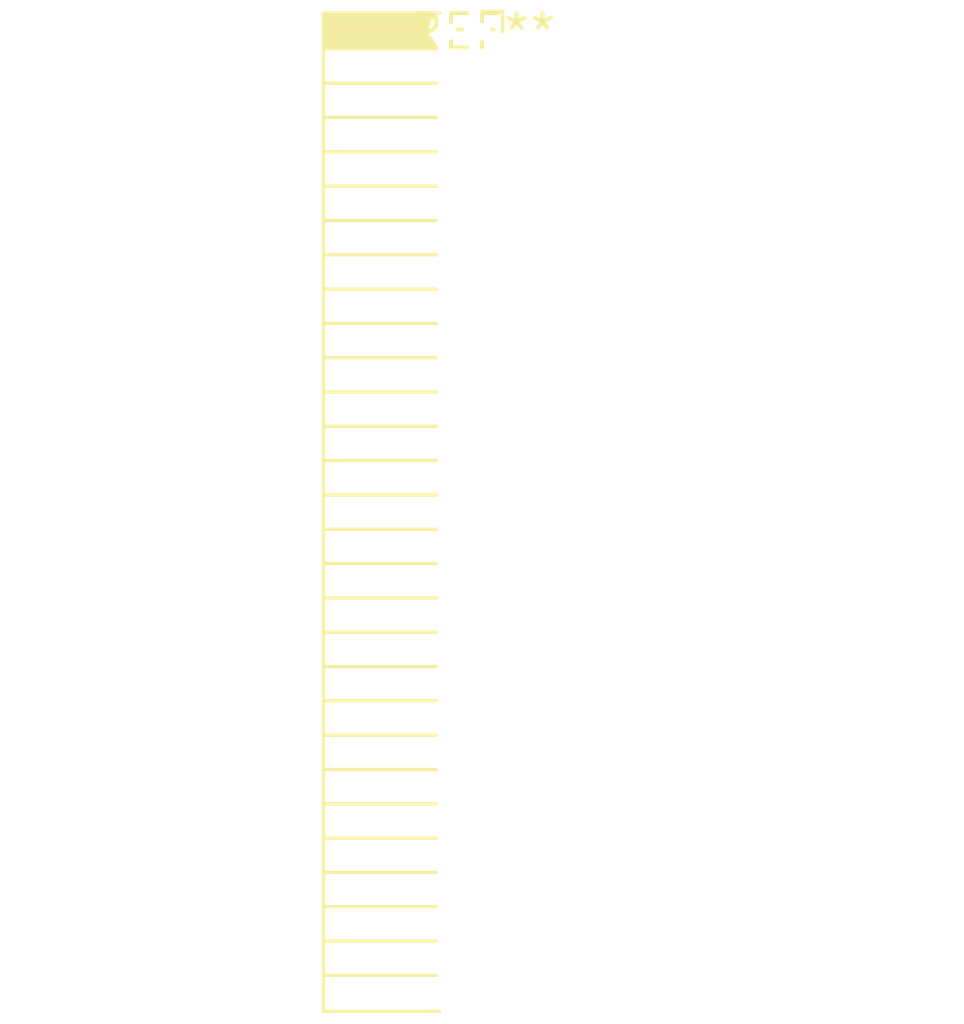
<source format=kicad_pcb>
(kicad_pcb (version 20240108) (generator pcbnew)
  (layers (0 "F.Cu" signal) (31 "B.Cu" signal) (34 "B.Paste" user) (35 "F.Paste" user) (36 "B.SilkS" user "B.Silkscreen") (37 "F.SilkS" user "F.Silkscreen") (38 "B.Mask" user) (39 "F.Mask" user) (44 "Edge.Cuts" user))
  (net 0 "")
  (footprint "PinSocket_2x29_P1.27mm_Horizontal" (layer "F.Cu") (at 0 0)
    (property "Reference" "REF**")
    (property "Value" "PinSocket_2x29_P1.27mm_Horizontal")
    (fp_line (start -5.88 -0.695) (end -5.88 36.255) (layer "F.SilkS") (stroke (width 0.12)))
    (fp_line (start -5.88 -0.695) (end -1.57753 -0.695) (layer "F.SilkS") (stroke (width 0.12)))
    (fp_line (start -5.88 -0.575) (end -1.766966 -0.575) (layer "F.SilkS") (stroke (width 0.12)))
    (fp_line (start -5.88 -0.465) (end -1.871145 -0.465) (layer "F.SilkS") (stroke (width 0.12)))
    (fp_line (start -5.88 -0.355) (end -1.941993 -0.355) (layer "F.SilkS") (stroke (width 0.12)))
    (fp_line (start -5.88 -0.245) (end -1.989427 -0.245) (layer "F.SilkS") (stroke (width 0.12)))
    (fp_line (start -5.88 -0.135) (end -2.017914 -0.135) (layer "F.SilkS") (stroke (width 0.12)))
    (fp_line (start -5.88 -0.025) (end -2.029589 -0.025) (layer "F.SilkS") (stroke (width 0.12)))
    (fp_line (start -5.88 0.085) (end -2.025232 0.085) (layer "F.SilkS") (stroke (width 0.12)))
    (fp_line (start -5.88 0.195) (end -2.004558 0.195) (layer "F.SilkS") (stroke (width 0.12)))
    (fp_line (start -5.88 0.305) (end -1.966114 0.305) (layer "F.SilkS") (stroke (width 0.12)))
    (fp_line (start -5.88 0.415) (end -1.906691 0.415) (layer "F.SilkS") (stroke (width 0.12)))
    (fp_line (start -5.88 0.525) (end -1.819523 0.525) (layer "F.SilkS") (stroke (width 0.12)))
    (fp_line (start -5.88 0.635) (end -1.687582 0.635) (layer "F.SilkS") (stroke (width 0.12)))
    (fp_line (start -5.88 1.905) (end -1.687582 1.905) (layer "F.SilkS") (stroke (width 0.12)))
    (fp_line (start -5.88 3.175) (end -1.687582 3.175) (layer "F.SilkS") (stroke (width 0.12)))
    (fp_line (start -5.88 4.445) (end -1.687582 4.445) (layer "F.SilkS") (stroke (width 0.12)))
    (fp_line (start -5.88 5.715) (end -1.687582 5.715) (layer "F.SilkS") (stroke (width 0.12)))
    (fp_line (start -5.88 6.985) (end -1.687582 6.985) (layer "F.SilkS") (stroke (width 0.12)))
    (fp_line (start -5.88 8.255) (end -1.687582 8.255) (layer "F.SilkS") (stroke (width 0.12)))
    (fp_line (start -5.88 9.525) (end -1.687582 9.525) (layer "F.SilkS") (stroke (width 0.12)))
    (fp_line (start -5.88 10.795) (end -1.687582 10.795) (layer "F.SilkS") (stroke (width 0.12)))
    (fp_line (start -5.88 12.065) (end -1.687582 12.065) (layer "F.SilkS") (stroke (width 0.12)))
    (fp_line (start -5.88 13.335) (end -1.687582 13.335) (layer "F.SilkS") (stroke (width 0.12)))
    (fp_line (start -5.88 14.605) (end -1.687582 14.605) (layer "F.SilkS") (stroke (width 0.12)))
    (fp_line (start -5.88 15.875) (end -1.687582 15.875) (layer "F.SilkS") (stroke (width 0.12)))
    (fp_line (start -5.88 17.145) (end -1.687582 17.145) (layer "F.SilkS") (stroke (width 0.12)))
    (fp_line (start -5.88 18.415) (end -1.687582 18.415) (layer "F.SilkS") (stroke (width 0.12)))
    (fp_line (start -5.88 19.685) (end -1.687582 19.685) (layer "F.SilkS") (stroke (width 0.12)))
    (fp_line (start -5.88 20.955) (end -1.687582 20.955) (layer "F.SilkS") (stroke (width 0.12)))
    (fp_line (start -5.88 22.225) (end -1.687582 22.225) (layer "F.SilkS") (stroke (width 0.12)))
    (fp_line (start -5.88 23.495) (end -1.687582 23.495) (layer "F.SilkS") (stroke (width 0.12)))
    (fp_line (start -5.88 24.765) (end -1.687582 24.765) (layer "F.SilkS") (stroke (width 0.12)))
    (fp_line (start -5.88 26.035) (end -1.687582 26.035) (layer "F.SilkS") (stroke (width 0.12)))
    (fp_line (start -5.88 27.305) (end -1.687582 27.305) (layer "F.SilkS") (stroke (width 0.12)))
    (fp_line (start -5.88 28.575) (end -1.687582 28.575) (layer "F.SilkS") (stroke (width 0.12)))
    (fp_line (start -5.88 29.845) (end -1.687582 29.845) (layer "F.SilkS") (stroke (width 0.12)))
    (fp_line (start -5.88 31.115) (end -1.687582 31.115) (layer "F.SilkS") (stroke (width 0.12)))
    (fp_line (start -5.88 32.385) (end -1.687582 32.385) (layer "F.SilkS") (stroke (width 0.12)))
    (fp_line (start -5.88 33.655) (end -1.687582 33.655) (layer "F.SilkS") (stroke (width 0.12)))
    (fp_line (start -5.88 34.925) (end -1.687582 34.925) (layer "F.SilkS") (stroke (width 0.12)))
    (fp_line (start -5.88 36.255) (end -1.57753 36.255) (layer "F.SilkS") (stroke (width 0.12)))
    (fp_line (start 0 -0.76) (end 0.76 -0.76) (layer "F.SilkS") (stroke (width 0.12)))
    (fp_line (start 0.76 -0.76) (end 0.76 0) (layer "F.SilkS") (stroke (width 0.12)))
    (pad "1" thru_hole rect (at 0 0) (size 1 1) (drill 0.65) (layers *.Cu *.Mask) (remove_unused_layers))
    (pad "2" thru_hole oval (at -1.27 0) (size 1 1) (drill 0.65) (layers *.Cu *.Mask) (remove_unused_layers))
    (pad "3" thru_hole oval (at 0 1.27) (size 1 1) (drill 0.65) (layers *.Cu *.Mask) (remove_unused_layers))
    (pad "4" thru_hole oval (at -1.27 1.27) (size 1 1) (drill 0.65) (layers *.Cu *.Mask) (remove_unused_layers))
    (pad "5" thru_hole oval (at 0 2.54) (size 1 1) (drill 0.65) (layers *.Cu *.Mask) (remove_unused_layers))
    (pad "6" thru_hole oval (at -1.27 2.54) (size 1 1) (drill 0.65) (layers *.Cu *.Mask) (remove_unused_layers))
    (pad "7" thru_hole oval (at 0 3.81) (size 1 1) (drill 0.65) (layers *.Cu *.Mask) (remove_unused_layers))
    (pad "8" thru_hole oval (at -1.27 3.81) (size 1 1) (drill 0.65) (layers *.Cu *.Mask) (remove_unused_layers))
    (pad "9" thru_hole oval (at 0 5.08) (size 1 1) (drill 0.65) (layers *.Cu *.Mask) (remove_unused_layers))
    (pad "10" thru_hole oval (at -1.27 5.08) (size 1 1) (drill 0.65) (layers *.Cu *.Mask) (remove_unused_layers))
    (pad "11" thru_hole oval (at 0 6.35) (size 1 1) (drill 0.65) (layers *.Cu *.Mask) (remove_unused_layers))
    (pad "12" thru_hole oval (at -1.27 6.35) (size 1 1) (drill 0.65) (layers *.Cu *.Mask) (remove_unused_layers))
    (pad "13" thru_hole oval (at 0 7.62) (size 1 1) (drill 0.65) (layers *.Cu *.Mask) (remove_unused_layers))
    (pad "14" thru_hole oval (at -1.27 7.62) (size 1 1) (drill 0.65) (layers *.Cu *.Mask) (remove_unused_layers))
    (pad "15" thru_hole oval (at 0 8.89) (size 1 1) (drill 0.65) (layers *.Cu *.Mask) (remove_unused_layers))
    (pad "16" thru_hole oval (at -1.27 8.89) (size 1 1) (drill 0.65) (layers *.Cu *.Mask) (remove_unused_layers))
    (pad "17" thru_hole oval (at 0 10.16) (size 1 1) (drill 0.65) (layers *.Cu *.Mask) (remove_unused_layers))
    (pad "18" thru_hole oval (at -1.27 10.16) (size 1 1) (drill 0.65) (layers *.Cu *.Mask) (remove_unused_layers))
    (pad "19" thru_hole oval (at 0 11.43) (size 1 1) (drill 0.65) (layers *.Cu *.Mask) (remove_unused_layers))
    (pad "20" thru_hole oval (at -1.27 11.43) (size 1 1) (drill 0.65) (layers *.Cu *.Mask) (remove_unused_layers))
    (pad "21" thru_hole oval (at 0 12.7) (size 1 1) (drill 0.65) (layers *.Cu *.Mask) (remove_unused_layers))
    (pad "22" thru_hole oval (at -1.27 12.7) (size 1 1) (drill 0.65) (layers *.Cu *.Mask) (remove_unused_layers))
    (pad "23" thru_hole oval (at 0 13.97) (size 1 1) (drill 0.65) (layers *.Cu *.Mask) (remove_unused_layers))
    (pad "24" thru_hole oval (at -1.27 13.97) (size 1 1) (drill 0.65) (layers *.Cu *.Mask) (remove_unused_layers))
    (pad "25" thru_hole oval (at 0 15.24) (size 1 1) (drill 0.65) (layers *.Cu *.Mask) (remove_unused_layers))
    (pad "26" thru_hole oval (at -1.27 15.24) (size 1 1) (drill 0.65) (layers *.Cu *.Mask) (remove_unused_layers))
    (pad "27" thru_hole oval (at 0 16.51) (size 1 1) (drill 0.65) (layers *.Cu *.Mask) (remove_unused_layers))
    (pad "28" thru_hole oval (at -1.27 16.51) (size 1 1) (drill 0.65) (layers *.Cu *.Mask) (remove_unused_layers))
    (pad "29" thru_hole oval (at 0 17.78) (size 1 1) (drill 0.65) (layers *.Cu *.Mask) (remove_unused_layers))
    (pad "30" thru_hole oval (at -1.27 17.78) (size 1 1) (drill 0.65) (layers *.Cu *.Mask) (remove_unused_layers))
    (pad "31" thru_hole oval (at 0 19.05) (size 1 1) (drill 0.65) (layers *.Cu *.Mask) (remove_unused_layers))
    (pad "32" thru_hole oval (at -1.27 19.05) (size 1 1) (drill 0.65) (layers *.Cu *.Mask) (remove_unused_layers))
    (pad "33" thru_hole oval (at 0 20.32) (size 1 1) (drill 0.65) (layers *.Cu *.Mask) (remove_unused_layers))
    (pad "34" thru_hole oval (at -1.27 20.32) (size 1 1) (drill 0.65) (layers *.Cu *.Mask) (remove_unused_layers))
    (pad "35" thru_hole oval (at 0 21.59) (size 1 1) (drill 0.65) (layers *.Cu *.Mask) (remove_unused_layers))
    (pad "36" thru_hole oval (at -1.27 21.59) (size 1 1) (drill 0.65) (layers *.Cu *.Mask) (remove_unused_layers))
    (pad "37" thru_hole oval (at 0 22.86) (size 1 1) (drill 0.65) (layers *.Cu *.Mask) (remove_unused_layers))
    (pad "38" thru_hole oval (at -1.27 22.86) (size 1 1) (drill 0.65) (layers *.Cu *.Mask) (remove_unused_layers))
    (pad "39" thru_hole oval (at 0 24.13) (size 1 1) (drill 0.65) (layers *.Cu *.Mask) (remove_unused_layers))
    (pad "40" thru_hole oval (at -1.27 24.13) (size 1 1) (drill 0.65) (layers *.Cu *.Mask) (remove_unused_layers))
    (pad "41" thru_hole oval (at 0 25.4) (size 1 1) (drill 0.65) (layers *.Cu *.Mask) (remove_unused_layers))
    (pad "42" thru_hole oval (at -1.27 25.4) (size 1 1) (drill 0.65) (layers *.Cu *.Mask) (remove_unused_layers))
    (pad "43" thru_hole oval (at 0 26.67) (size 1 1) (drill 0.65) (layers *.Cu *.Mask) (remove_unused_layers))
    (pad "44" thru_hole oval (at -1.27 26.67) (size 1 1) (drill 0.65) (layers *.Cu *.Mask) (remove_unused_layers))
    (pad "45" thru_hole oval (at 0 27.94) (size 1 1) (drill 0.65) (layers *.Cu *.Mask) (remove_unused_layers))
    (pad "46" thru_hole oval (at -1.27 27.94) (size 1 1) (drill 0.65) (layers *.Cu *.Mask) (remove_unused_layers))
    (pad "47" thru_hole oval (at 0 29.21) (size 1 1) (drill 0.65) (layers *.Cu *.Mask) (remove_unused_layers))
    (pad "48" thru_hole oval (at -1.27 29.21) (size 1 1) (drill 0.65) (layers *.Cu *.Mask) (remove_unused_layers))
    (pad "49" thru_hole oval (at 0 30.48) (size 1 1) (drill 0.65) (layers *.Cu *.Mask) (remove_unused_layers))
    (pad "50" thru_hole oval (at -1.27 30.48) (size 1 1) (drill 0.65) (layers *.Cu *.Mask) (remove_unused_layers))
    (pad "51" thru_hole oval (at 0 31.75) (size 1 1) (drill 0.65) (layers *.Cu *.Mask) (remove_unused_layers))
    (pad "52" thru_hole oval (at -1.27 31.75) (size 1 1) (drill 0.65) (layers *.Cu *.Mask) (remove_unused_layers))
    (pad "53" thru_hole oval (at 0 33.02) (size 1 1) (drill 0.65) (layers *.Cu *.Mask) (remove_unused_layers))
    (pad "54" thru_hole oval (at -1.27 33.02) (size 1 1) (drill 0.65) (layers *.Cu *.Mask) (remove_unused_layers))
    (pad "55" thru_hole oval (at 0 34.29) (size 1 1) (drill 0.65) (layers *.Cu *.Mask) (remove_unused_layers))
    (pad "56" thru_hole oval (at -1.27 34.29) (size 1 1) (drill 0.65) (layers *.Cu *.Mask) (remove_unused_layers))
    (pad "57" thru_hole oval (at 0 35.56) (size 1 1) (drill 0.65) (layers *.Cu *.Mask) (remove_unused_layers))
    (pad "58" thru_hole oval (at -1.27 35.56) (size 1 1) (drill 0.65) (layers *.Cu *.Mask) (remove_unused_layers))
  )
)
</source>
